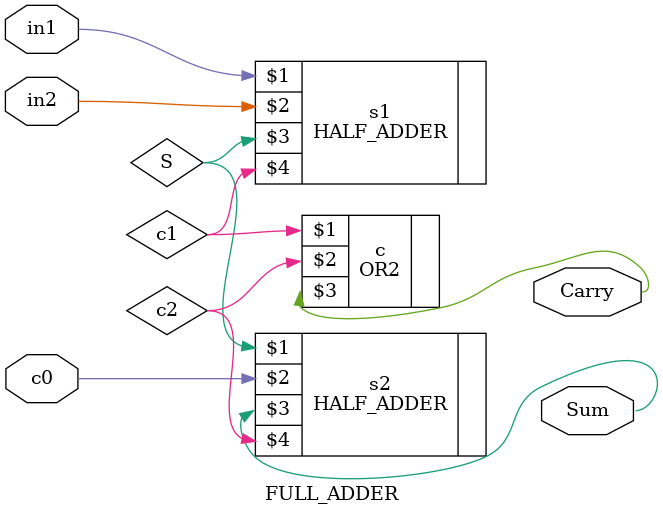
<source format=v>
`include "HALF_ADDER.v"
`include "OR2.v"

module FULL_ADDER(
	input in1,
	input in2,
	input c0,
	output Sum,
	output Carry
);

//reg S;
//reg c1;
//reg c2;

HALF_ADDER s1(in1,in2,S,c1);
HALF_ADDER s2(S,c0,Sum,c2);
OR2 c(c1,c2,Carry);
endmodule

</source>
